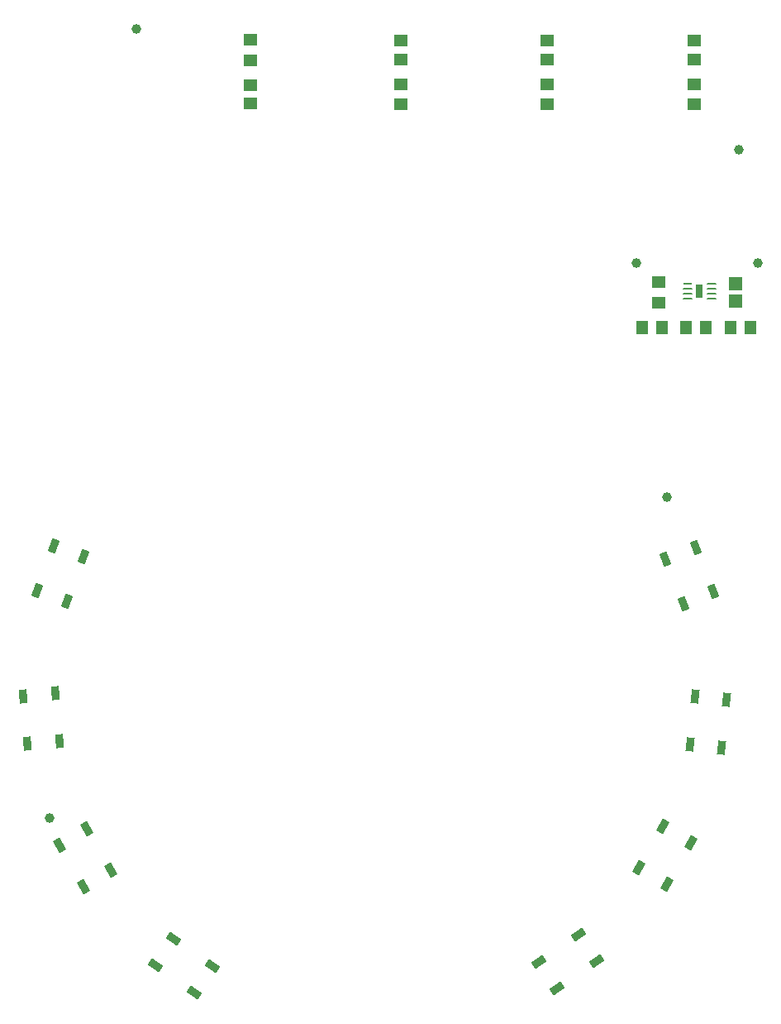
<source format=gbr>
%TF.GenerationSoftware,Altium Limited,Altium Designer,21.2.0 (30)*%
G04 Layer_Color=8421504*
%FSLAX26Y26*%
%MOIN*%
%TF.SameCoordinates,90D3C40E-C8BF-42D9-AC10-40188C9CF084*%
%TF.FilePolarity,Positive*%
%TF.FileFunction,Paste,Top*%
%TF.Part,Single*%
G01*
G75*
%TA.AperFunction,SMDPad,CuDef*%
%ADD12C,0.039370*%
%ADD24R,0.045276X0.057087*%
%TA.AperFunction,NonConductor*%
%ADD26R,0.026264X0.053823*%
%TA.AperFunction,SMDPad,CuDef*%
%ADD27R,0.057087X0.051181*%
%ADD28R,0.057087X0.045276*%
%ADD29R,0.057087X0.055118*%
G04:AMPARAMS|DCode=30|XSize=37.64mil|YSize=9.546mil|CornerRadius=4.773mil|HoleSize=0mil|Usage=FLASHONLY|Rotation=0.000|XOffset=0mil|YOffset=0mil|HoleType=Round|Shape=RoundedRectangle|*
%AMROUNDEDRECTD30*
21,1,0.037640,0.000000,0,0,0.0*
21,1,0.028094,0.009546,0,0,0.0*
1,1,0.009546,0.014047,0.000000*
1,1,0.009546,-0.014047,0.000000*
1,1,0.009546,-0.014047,0.000000*
1,1,0.009546,0.014047,0.000000*
%
%ADD30ROUNDEDRECTD30*%
%ADD31R,0.037640X0.009546*%
G04:AMPARAMS|DCode=32|XSize=55.118mil|YSize=31.496mil|CornerRadius=0mil|HoleSize=0mil|Usage=FLASHONLY|Rotation=145.000|XOffset=0mil|YOffset=0mil|HoleType=Round|Shape=Rectangle|*
%AMROTATEDRECTD32*
4,1,4,0.031608,-0.002907,0.013542,-0.028707,-0.031608,0.002907,-0.013542,0.028707,0.031608,-0.002907,0.0*
%
%ADD32ROTATEDRECTD32*%

G04:AMPARAMS|DCode=33|XSize=55.118mil|YSize=31.496mil|CornerRadius=0mil|HoleSize=0mil|Usage=FLASHONLY|Rotation=263.967|XOffset=0mil|YOffset=0mil|HoleType=Round|Shape=Rectangle|*
%AMROTATEDRECTD33*
4,1,4,-0.012764,0.029062,0.018557,0.025751,0.012764,-0.029062,-0.018557,-0.025751,-0.012764,0.029062,0.0*
%
%ADD33ROTATEDRECTD33*%

G04:AMPARAMS|DCode=34|XSize=55.118mil|YSize=31.496mil|CornerRadius=0mil|HoleSize=0mil|Usage=FLASHONLY|Rotation=291.651|XOffset=0mil|YOffset=0mil|HoleType=Round|Shape=Rectangle|*
%AMROTATEDRECTD34*
4,1,4,-0.024805,0.019804,0.004469,0.031425,0.024805,-0.019804,-0.004469,-0.031425,-0.024805,0.019804,0.0*
%
%ADD34ROTATEDRECTD34*%

G04:AMPARAMS|DCode=35|XSize=55.118mil|YSize=31.496mil|CornerRadius=0mil|HoleSize=0mil|Usage=FLASHONLY|Rotation=240.034|XOffset=0mil|YOffset=0mil|HoleType=Round|Shape=Rectangle|*
%AMROTATEDRECTD35*
4,1,4,0.000122,0.031741,0.027408,0.016009,-0.000122,-0.031741,-0.027408,-0.016009,0.000122,0.031741,0.0*
%
%ADD35ROTATEDRECTD35*%

G04:AMPARAMS|DCode=36|XSize=55.118mil|YSize=31.496mil|CornerRadius=0mil|HoleSize=0mil|Usage=FLASHONLY|Rotation=95.146|XOffset=0mil|YOffset=0mil|HoleType=Round|Shape=Rectangle|*
%AMROTATEDRECTD36*
4,1,4,0.018156,-0.026036,-0.013213,-0.028860,-0.018156,0.026036,0.013213,0.028860,0.018156,-0.026036,0.0*
%
%ADD36ROTATEDRECTD36*%

G04:AMPARAMS|DCode=37|XSize=55.118mil|YSize=31.496mil|CornerRadius=0mil|HoleSize=0mil|Usage=FLASHONLY|Rotation=120.000|XOffset=0mil|YOffset=0mil|HoleType=Round|Shape=Rectangle|*
%AMROTATEDRECTD37*
4,1,4,0.027418,-0.015993,0.000141,-0.031741,-0.027418,0.015993,-0.000141,0.031741,0.027418,-0.015993,0.0*
%
%ADD37ROTATEDRECTD37*%

G04:AMPARAMS|DCode=38|XSize=55.118mil|YSize=31.496mil|CornerRadius=0mil|HoleSize=0mil|Usage=FLASHONLY|Rotation=70.000|XOffset=0mil|YOffset=0mil|HoleType=Round|Shape=Rectangle|*
%AMROTATEDRECTD38*
4,1,4,0.005373,-0.031283,-0.024224,-0.020511,-0.005373,0.031283,0.024224,0.020511,0.005373,-0.031283,0.0*
%
%ADD38ROTATEDRECTD38*%

G04:AMPARAMS|DCode=39|XSize=55.118mil|YSize=31.496mil|CornerRadius=0mil|HoleSize=0mil|Usage=FLASHONLY|Rotation=215.000|XOffset=0mil|YOffset=0mil|HoleType=Round|Shape=Rectangle|*
%AMROTATEDRECTD39*
4,1,4,0.013542,0.028707,0.031608,0.002907,-0.013542,-0.028707,-0.031608,-0.002907,0.013542,0.028707,0.0*
%
%ADD39ROTATEDRECTD39*%

D12*
X1460000Y2175000D02*
D03*
X-970000Y2660000D02*
D03*
X1534473Y1718449D02*
D03*
X1044473D02*
D03*
X-1320000Y-520000D02*
D03*
X1170000Y775000D02*
D03*
D24*
X1069119Y1458449D02*
D03*
X1149827D02*
D03*
X1504827D02*
D03*
X1424119D02*
D03*
X1325182D02*
D03*
X1244473D02*
D03*
D26*
X1299473Y1603449D02*
D03*
D27*
X-510000Y2360197D02*
D03*
Y2435000D02*
D03*
X95000Y2537953D02*
D03*
Y2612756D02*
D03*
X685000Y2537953D02*
D03*
Y2612756D02*
D03*
X1280000Y2537953D02*
D03*
Y2612756D02*
D03*
D28*
X95000Y2357244D02*
D03*
Y2437953D02*
D03*
X-510000Y2535000D02*
D03*
Y2615709D02*
D03*
X685917Y2357244D02*
D03*
Y2437953D02*
D03*
X1279435Y2357244D02*
D03*
Y2437953D02*
D03*
X1134473Y1558094D02*
D03*
Y1638803D02*
D03*
D29*
X1444473Y1633882D02*
D03*
Y1563016D02*
D03*
D30*
X1251125Y1613291D02*
D03*
Y1593606D02*
D03*
Y1573921D02*
D03*
X1347821D02*
D03*
Y1593606D02*
D03*
Y1613291D02*
D03*
Y1632976D02*
D03*
D31*
X1251125D02*
D03*
D32*
X-896337Y-1111934D02*
D03*
X-821817Y-1005509D02*
D03*
X-663791Y-1116159D02*
D03*
X-738311Y-1222585D02*
D03*
D33*
X1389755Y-235925D02*
D03*
X1260554Y-222270D02*
D03*
X1280830Y-30425D02*
D03*
X1410031Y-44080D02*
D03*
D34*
X1355153Y392623D02*
D03*
X1234398Y344688D02*
D03*
X1163222Y523992D02*
D03*
X1283977Y571926D02*
D03*
D35*
X1168572Y-786010D02*
D03*
X1056019Y-721116D02*
D03*
X1152376Y-553990D02*
D03*
X1264929Y-618884D02*
D03*
D36*
X-1428175Y-28290D02*
D03*
X-1298777Y-16637D02*
D03*
X-1281475Y-208773D02*
D03*
X-1410873Y-220426D02*
D03*
D37*
X-1282281Y-628946D02*
D03*
X-1169765Y-563986D02*
D03*
X-1073309Y-731054D02*
D03*
X-1185824Y-796014D02*
D03*
D38*
X-1372015Y396726D02*
D03*
X-1249929Y352290D02*
D03*
X-1183949Y533569D02*
D03*
X-1306035Y578005D02*
D03*
D39*
X884865Y-1095551D02*
D03*
X810345Y-989126D02*
D03*
X652320Y-1099776D02*
D03*
X726839Y-1206202D02*
D03*
%TF.MD5,98be4117156b6ef6c5e97c10ce00e250*%
M02*

</source>
